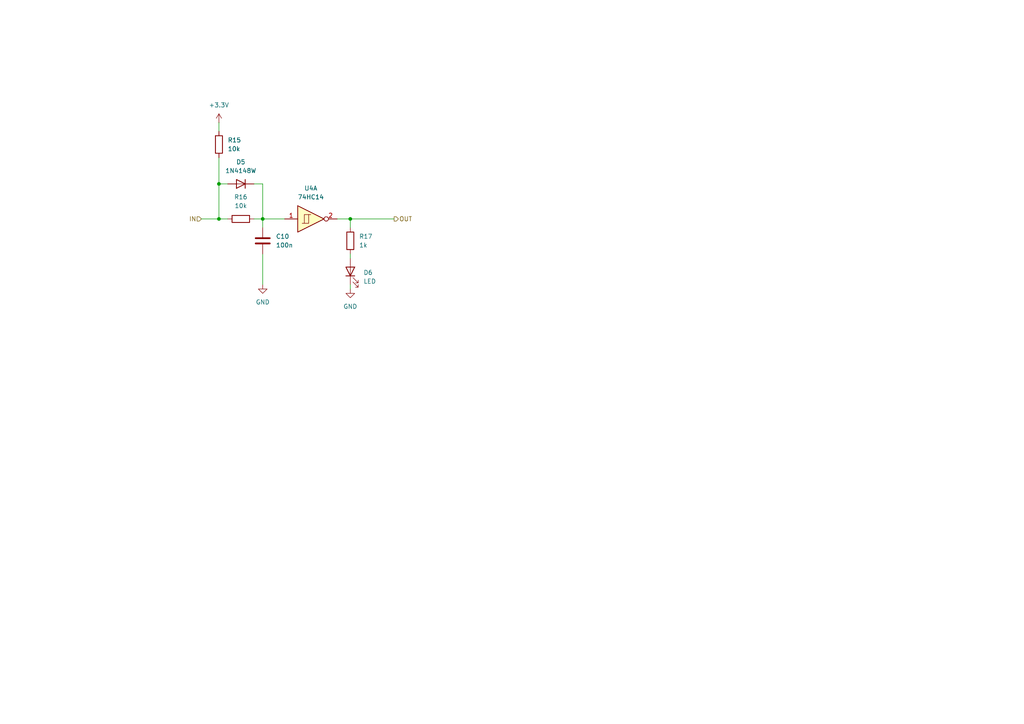
<source format=kicad_sch>
(kicad_sch (version 20250114) (generator "eeschema") (generator_version "9.0")
  (paper "A4")
  (title_block (title "Smart Home Energy Metering") (date "2025-06-16") (rev "1.0") (comment 1 "https://github.com/zargony/smarthome-metering"))
  (lib_symbols
    (symbol "74xx:74HC14" (pin_names (offset 1.016))
      (property "Reference" "U" (at 0 1.27 0))
      (property "Value" "74HC14" (at 0 -1.27 0))
      (symbol "74HC14_1_0"
        (polyline (pts (xy -3.81 3.81) (xy -3.81 -3.81) (xy 3.81 0) (xy -3.81 3.81)) (stroke (width 0.254)) (fill (type background)))
        (pin input line (at -7.62 0 0) (length 3.81) (name "~") (number "1"))
        (pin output inverted (at 7.62 0 180) (length 3.81) (name "~") (number "2"))
      )
      (symbol "74HC14_1_1"
        (polyline (pts (xy -2.54 -1.27) (xy -0.635 -1.27) (xy -0.635 1.27) (xy 0 1.27)))
        (polyline (pts (xy -1.905 -1.27) (xy -1.905 1.27) (xy -0.635 1.27)))
      )
      (symbol "74HC14_2_0"
        (polyline (pts (xy -3.81 3.81) (xy -3.81 -3.81) (xy 3.81 0) (xy -3.81 3.81)) (stroke (width 0.254)) (fill (type background)))
        (pin input line (at -7.62 0 0) (length 3.81) (name "~") (number "3"))
        (pin output inverted (at 7.62 0 180) (length 3.81) (name "~") (number "4"))
      )
      (symbol "74HC14_2_1"
        (polyline (pts (xy -2.54 -1.27) (xy -0.635 -1.27) (xy -0.635 1.27) (xy 0 1.27)))
        (polyline (pts (xy -1.905 -1.27) (xy -1.905 1.27) (xy -0.635 1.27)))
      )
      (symbol "74HC14_3_0"
        (polyline (pts (xy -3.81 3.81) (xy -3.81 -3.81) (xy 3.81 0) (xy -3.81 3.81)) (stroke (width 0.254)) (fill (type background)))
        (pin input line (at -7.62 0 0) (length 3.81) (name "~") (number "5"))
        (pin output inverted (at 7.62 0 180) (length 3.81) (name "~") (number "6"))
      )
      (symbol "74HC14_3_1"
        (polyline (pts (xy -2.54 -1.27) (xy -0.635 -1.27) (xy -0.635 1.27) (xy 0 1.27)))
        (polyline (pts (xy -1.905 -1.27) (xy -1.905 1.27) (xy -0.635 1.27)))
      )
      (symbol "74HC14_4_0"
        (polyline (pts (xy -3.81 3.81) (xy -3.81 -3.81) (xy 3.81 0) (xy -3.81 3.81)) (stroke (width 0.254)) (fill (type background)))
        (pin input line (at -7.62 0 0) (length 3.81) (name "~") (number "9"))
        (pin output inverted (at 7.62 0 180) (length 3.81) (name "~") (number "8"))
      )
      (symbol "74HC14_4_1"
        (polyline (pts (xy -2.54 -1.27) (xy -0.635 -1.27) (xy -0.635 1.27) (xy 0 1.27)))
        (polyline (pts (xy -1.905 -1.27) (xy -1.905 1.27) (xy -0.635 1.27)))
      )
      (symbol "74HC14_5_0"
        (polyline (pts (xy -3.81 3.81) (xy -3.81 -3.81) (xy 3.81 0) (xy -3.81 3.81)) (stroke (width 0.254)) (fill (type background)))
        (pin input line (at -7.62 0 0) (length 3.81) (name "~") (number "11"))
        (pin output inverted (at 7.62 0 180) (length 3.81) (name "~") (number "10"))
      )
      (symbol "74HC14_5_1"
        (polyline (pts (xy -2.54 -1.27) (xy -0.635 -1.27) (xy -0.635 1.27) (xy 0 1.27)))
        (polyline (pts (xy -1.905 -1.27) (xy -1.905 1.27) (xy -0.635 1.27)))
      )
      (symbol "74HC14_6_0"
        (polyline (pts (xy -3.81 3.81) (xy -3.81 -3.81) (xy 3.81 0) (xy -3.81 3.81)) (stroke (width 0.254)) (fill (type background)))
        (pin input line (at -7.62 0 0) (length 3.81) (name "~") (number "13"))
        (pin output inverted (at 7.62 0 180) (length 3.81) (name "~") (number "12"))
      )
      (symbol "74HC14_6_1"
        (polyline (pts (xy -2.54 -1.27) (xy -0.635 -1.27) (xy -0.635 1.27) (xy 0 1.27)))
        (polyline (pts (xy -1.905 -1.27) (xy -1.905 1.27) (xy -0.635 1.27)))
      )
      (symbol "74HC14_7_0"
        (pin power_in line (at 0 12.7 270) (length 5.08) (name "VCC") (number "14"))
        (pin power_in line (at 0 -12.7 90) (length 5.08) (name "GND") (number "7"))
      )
      (symbol "74HC14_7_1"
        (rectangle (start -5.08 7.62) (end 5.08 -7.62) (stroke (width 0.254)) (fill (type background)))
      )
    )
    (symbol "Device:C" (pin_numbers (hide yes)) (pin_names (offset 0.254))
      (property "Reference" "C" (at 0.635 2.54 0))
      (property "Value" "C" (at 0.635 -2.54 0))
      (symbol "C_0_1"
        (polyline (pts (xy -2.032 0.762) (xy 2.032 0.762)) (stroke (width 0.508)))
        (polyline (pts (xy -2.032 -0.762) (xy 2.032 -0.762)) (stroke (width 0.508)))
      )
      (symbol "C_1_1"
        (pin passive line (at 0 3.81 270) (length 2.794) (name "~") (number "1"))
        (pin passive line (at 0 -3.81 90) (length 2.794) (name "~") (number "2"))
      )
    )
    (symbol "Device:LED" (pin_numbers (hide yes)) (pin_names (offset 1.016) (hide yes))
      (property "Reference" "D" (at 0 2.54 0))
      (property "Value" "LED" (at 0 -2.54 0))
      (symbol "LED_0_1"
        (polyline (pts (xy -3.048 -0.762) (xy -4.572 -2.286) (xy -3.81 -2.286) (xy -4.572 -2.286) (xy -4.572 -1.524)))
        (polyline (pts (xy -1.778 -0.762) (xy -3.302 -2.286) (xy -2.54 -2.286) (xy -3.302 -2.286) (xy -3.302 -1.524)))
        (polyline (pts (xy -1.27 0) (xy 1.27 0)))
        (polyline (pts (xy -1.27 -1.27) (xy -1.27 1.27)) (stroke (width 0.254)))
        (polyline (pts (xy 1.27 -1.27) (xy 1.27 1.27) (xy -1.27 0) (xy 1.27 -1.27)) (stroke (width 0.254)))
      )
      (symbol "LED_1_1"
        (pin passive line (at -3.81 0 0) (length 2.54) (name "K") (number "1"))
        (pin passive line (at 3.81 0 180) (length 2.54) (name "A") (number "2"))
      )
    )
    (symbol "Device:R" (pin_numbers (hide yes)) (pin_names (offset 0))
      (property "Reference" "R" (at 2.032 0 90))
      (property "Value" "R" (at 0 0 90))
      (symbol "R_0_1"
        (rectangle (start -1.016 -2.54) (end 1.016 2.54) (stroke (width 0.254)))
      )
      (symbol "R_1_1"
        (pin passive line (at 0 3.81 270) (length 1.27) (name "~") (number "1"))
        (pin passive line (at 0 -3.81 90) (length 1.27) (name "~") (number "2"))
      )
    )
    (symbol "Diode:1N4148W" (pin_numbers (hide yes)) (pin_names (hide yes))
      (property "Reference" "D" (at 0 2.54 0))
      (property "Value" "1N4148W" (at 0 -2.54 0))
      (symbol "1N4148W_0_1"
        (polyline (pts (xy -1.27 1.27) (xy -1.27 -1.27)) (stroke (width 0.254)))
        (polyline (pts (xy 1.27 1.27) (xy 1.27 -1.27) (xy -1.27 0) (xy 1.27 1.27)) (stroke (width 0.254)))
        (polyline (pts (xy 1.27 0) (xy -1.27 0)))
      )
      (symbol "1N4148W_1_1"
        (pin passive line (at -3.81 0 0) (length 2.54) (name "K") (number "1"))
        (pin passive line (at 3.81 0 180) (length 2.54) (name "A") (number "2"))
      )
    )
    (symbol "power:+3.3V" (power) (pin_numbers (hide yes)) (pin_names (offset 0) (hide yes))
      (property "Value" "+3.3V" (at 0 3.556 0))
      (symbol "+3.3V_0_1"
        (polyline (pts (xy -0.762 1.27) (xy 0 2.54)))
        (polyline (pts (xy 0 2.54) (xy 0.762 1.27)))
        (polyline (pts (xy 0 0) (xy 0 2.54)))
      )
      (symbol "+3.3V_1_1"
        (pin power_in line (at 0 0 90) (length 0) (name "~") (number "1"))
      )
    )
    (symbol "power:GND" (power) (pin_numbers (hide yes)) (pin_names (offset 0) (hide yes))
      (property "Value" "GND" (at 0 -3.81 0))
      (symbol "GND_0_1"
        (polyline (pts (xy 0 0) (xy 0 -1.27) (xy 1.27 -1.27) (xy 0 -2.54) (xy -1.27 -1.27) (xy 0 -1.27)))
      )
      (symbol "GND_1_1"
        (pin power_in line (at 0 0 270) (length 0) (name "~") (number "1"))
      )
    )
  )
  (junction (at 63.5 53.34))
  (junction (at 101.6 63.5))
  (junction (at 76.2 63.5))
  (junction (at 63.5 63.5))
  (wire (pts (xy 63.5 63.5) (xy 66.04 63.5)))
  (wire (pts (xy 101.6 63.5) (xy 114.3 63.5)))
  (wire (pts (xy 97.79 63.5) (xy 101.6 63.5)))
  (wire (pts (xy 76.2 73.66) (xy 76.2 82.55)))
  (wire (pts (xy 101.6 66.04) (xy 101.6 63.5)))
  (wire (pts (xy 76.2 63.5) (xy 82.55 63.5)))
  (wire (pts (xy 63.5 53.34) (xy 66.04 53.34)))
  (wire (pts (xy 76.2 53.34) (xy 76.2 63.5)))
  (wire (pts (xy 58.42 63.5) (xy 63.5 63.5)))
  (wire (pts (xy 63.5 45.72) (xy 63.5 53.34)))
  (wire (pts (xy 73.66 53.34) (xy 76.2 53.34)))
  (wire (pts (xy 101.6 82.55) (xy 101.6 83.82)))
  (wire (pts (xy 63.5 35.56) (xy 63.5 38.1)))
  (wire (pts (xy 76.2 63.5) (xy 76.2 66.04)))
  (wire (pts (xy 101.6 73.66) (xy 101.6 74.93)))
  (wire (pts (xy 63.5 53.34) (xy 63.5 63.5)))
  (wire (pts (xy 73.66 63.5) (xy 76.2 63.5)))
  (hierarchical_label "IN" (shape input) (at 58.42 63.5 180))
  (hierarchical_label "OUT" (shape output) (at 114.3 63.5 0))
  (symbol (lib_id "Device:R") (at 101.6 69.85 0) (unit 1)
    (property "Reference" "R17" (at 104.14 68.5799 0) (effects (justify left)))
    (property "Value" "1k" (at 104.14 71.1199 0) (effects (justify left)))
    (property "Footprint" "Resistor_SMD:R_0805_2012Metric" (effects (hide yes)))
    (property "Description" "Resistor" (effects (hide yes)))
    (instances (project "metering" (path "" (reference "R17") (unit 1)) (path "" (reference "R20") (unit 1)) (path "" (reference "R23") (unit 1))))
  )
  (symbol (lib_id "Device:R") (at 69.85 63.5 90) (unit 1)
    (property "Reference" "R16" (at 69.85 57.15 90))
    (property "Value" "10k" (at 69.85 59.69 90))
    (property "Footprint" "Resistor_SMD:R_0805_2012Metric" (effects (hide yes)))
    (property "Description" "Resistor" (effects (hide yes)))
    (instances (project "metering" (path "" (reference "R16") (unit 1)) (path "" (reference "R19") (unit 1)) (path "" (reference "R22") (unit 1))))
  )
  (symbol (lib_id "Device:R") (at 63.5 41.91 0) (unit 1)
    (property "Reference" "R15" (at 66.04 40.64 0) (effects (justify left)))
    (property "Value" "10k" (at 66.04 43.18 0) (effects (justify left)))
    (property "Footprint" "Resistor_SMD:R_0805_2012Metric" (effects (hide yes)))
    (property "Description" "Resistor" (effects (hide yes)))
    (instances (project "metering" (path "" (reference "R15") (unit 1)) (path "" (reference "R18") (unit 1)) (path "" (reference "R21") (unit 1))))
  )
  (symbol (lib_id "Device:C") (at 76.2 69.85 0) (unit 1)
    (property "Reference" "C10" (at 80.01 68.58 0) (effects (justify left)))
    (property "Value" "100n" (at 80.01 71.12 0) (effects (justify left)))
    (property "Footprint" "Capacitor_SMD:C_0805_2012Metric" (effects (hide yes)))
    (property "Description" "Unpolarized capacitor" (effects (hide yes)))
    (instances (project "metering" (path "" (reference "C10") (unit 1)) (path "" (reference "C11") (unit 1)) (path "" (reference "C12") (unit 1))))
  )
  (symbol (lib_id "power:GND") (at 76.2 82.55 0) (unit 1)
    (property "Reference" "#PWR041" (effects (hide yes)))
    (property "Value" "GND" (at 76.2 87.63 0))
    (property "Description" "Power symbol creates a global label with name \"GND\" , ground" (effects (hide yes)))
    (instances (project "metering" (path "" (reference "#PWR041") (unit 1)) (path "" (reference "#PWR044") (unit 1)) (path "" (reference "#PWR047") (unit 1))))
  )
  (symbol (lib_id "Device:LED") (at 101.6 78.74 90) (unit 1)
    (property "Reference" "D6" (at 105.41 79.0574 90) (effects (justify right)))
    (property "Value" "LED" (at 105.41 81.5974 90) (effects (justify right)))
    (property "Footprint" "LED_THT:LED_D3.0mm" (effects (hide yes)))
    (property "Description" "Light emitting diode" (effects (hide yes)))
    (property "Sim.Pins" "1=K 2=A" (effects (hide yes)))
    (instances (project "metering" (path "" (reference "D6") (unit 1)) (path "" (reference "D8") (unit 1)) (path "" (reference "D10") (unit 1))))
  )
  (symbol (lib_id "power:+3.3V") (at 63.5 35.56 0) (unit 1)
    (property "Reference" "#PWR040" (effects (hide yes)))
    (property "Value" "+3.3V" (at 63.5 30.48 0))
    (property "Description" "Power symbol creates a global label with name \"+3.3V\"" (effects (hide yes)))
    (instances (project "metering" (path "" (reference "#PWR040") (unit 1)) (path "" (reference "#PWR043") (unit 1)) (path "" (reference "#PWR046") (unit 1))))
  )
  (symbol (lib_id "power:GND") (at 101.6 83.82 0) (unit 1)
    (property "Reference" "#PWR042" (effects (hide yes)))
    (property "Value" "GND" (at 101.6 88.9 0))
    (property "Description" "Power symbol creates a global label with name \"GND\" , ground" (effects (hide yes)))
    (instances (project "metering" (path "" (reference "#PWR042") (unit 1)) (path "" (reference "#PWR045") (unit 1)) (path "" (reference "#PWR048") (unit 1))))
  )
  (symbol (lib_id "74xx:74HC14") (at 90.17 63.5 0) (unit 1)
    (property "Reference" "U4" (at 90.17 54.61 0))
    (property "Value" "74HC14" (at 90.17 57.15 0))
    (property "Footprint" "Package_SO:SOIC-14_3.9x8.7mm_P1.27mm" (effects (hide yes)))
    (property "Datasheet" "http://www.ti.com/lit/gpn/sn74HC14" (effects (hide yes)))
    (property "Description" "Hex inverter schmitt trigger" (effects (hide yes)))
    (instances (project "metering" (path "" (reference "U4") (unit 1)) (path "" (reference "U4") (unit 2)) (path "" (reference "U4") (unit 3))))
  )
  (symbol (lib_id "Diode:1N4148W") (at 69.85 53.34 180) (unit 1)
    (property "Reference" "D5" (at 69.85 46.99 0))
    (property "Value" "1N4148W" (at 69.85 49.53 0))
    (property "Footprint" "Diode_SMD:D_SOD-123" (effects (hide yes)))
    (property "Datasheet" "https://www.vishay.com/docs/85748/1n4148w.pdf" (effects (hide yes)))
    (property "Description" "75V 0.15A Fast Switching Diode, SOD-123" (effects (hide yes)))
    (property "Sim.Device" "D" (effects (hide yes)))
    (property "Sim.Pins" "1=K 2=A" (effects (hide yes)))
    (instances (project "metering" (path "" (reference "D5") (unit 1)) (path "" (reference "D7") (unit 1)) (path "" (reference "D9") (unit 1))))
  )
)
</source>
